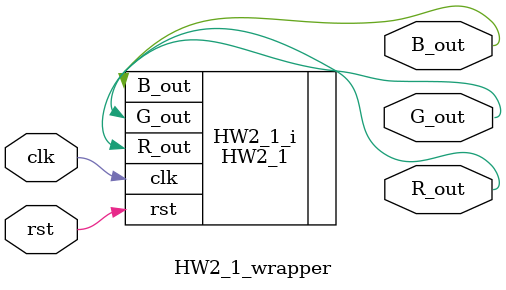
<source format=v>
`timescale 1 ps / 1 ps

module HW2_1_wrapper
   (B_out,
    G_out,
    R_out,
    clk,
    rst);
  output B_out;
  output G_out;
  output R_out;
  input clk;
  input rst;

  wire B_out;
  wire G_out;
  wire R_out;
  wire clk;
  wire rst;

  HW2_1 HW2_1_i
       (.B_out(B_out),
        .G_out(G_out),
        .R_out(R_out),
        .clk(clk),
        .rst(rst));
endmodule

</source>
